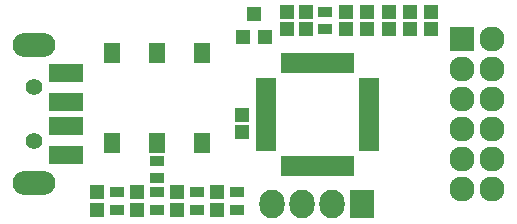
<source format=gbr>
G04 #@! TF.FileFunction,Soldermask,Top*
%FSLAX46Y46*%
G04 Gerber Fmt 4.6, Leading zero omitted, Abs format (unit mm)*
G04 Created by KiCad (PCBNEW (2016-09-30 revision 278ee7d)-makepkg) date Sun Nov 13 05:54:16 2016*
%MOMM*%
%LPD*%
G01*
G04 APERTURE LIST*
%ADD10C,0.100000*%
%ADD11R,1.150000X1.200000*%
%ADD12R,1.197560X1.197560*%
%ADD13R,1.300000X0.900000*%
%ADD14R,0.650000X1.700000*%
%ADD15R,1.700000X0.650000*%
%ADD16R,2.900000X1.500000*%
%ADD17O,3.625600X2.025600*%
%ADD18C,1.400000*%
%ADD19R,2.127200X2.432000*%
%ADD20O,2.127200X2.432000*%
%ADD21O,2.127200X2.127200*%
%ADD22R,2.127200X2.127200*%
%ADD23R,1.400000X1.800000*%
%ADD24R,1.200100X1.200100*%
G04 APERTURE END LIST*
D10*
D11*
X82400000Y-52800000D03*
X82400000Y-51300000D03*
X69950000Y-61500000D03*
X69950000Y-60000000D03*
X73800000Y-52800000D03*
X73800000Y-51300000D03*
X84200000Y-52800000D03*
X84200000Y-51300000D03*
D12*
X75400000Y-52799300D03*
X75400000Y-51300700D03*
D13*
X62800000Y-65400000D03*
X62800000Y-63900000D03*
D14*
X79150000Y-55650000D03*
X78650000Y-55650000D03*
X78150000Y-55650000D03*
X77650000Y-55650000D03*
X77150000Y-55650000D03*
X76650000Y-55650000D03*
X76150000Y-55650000D03*
X75650000Y-55650000D03*
X75150000Y-55650000D03*
X74650000Y-55650000D03*
X74150000Y-55650000D03*
X73650000Y-55650000D03*
D15*
X72050000Y-57250000D03*
X72050000Y-57750000D03*
X72050000Y-58250000D03*
X72050000Y-58750000D03*
X72050000Y-59250000D03*
X72050000Y-59750000D03*
X72050000Y-60250000D03*
X72050000Y-60750000D03*
X72050000Y-61250000D03*
X72050000Y-61750000D03*
X72050000Y-62250000D03*
X72050000Y-62750000D03*
D14*
X73650000Y-64350000D03*
X74150000Y-64350000D03*
X74650000Y-64350000D03*
X75150000Y-64350000D03*
X75650000Y-64350000D03*
X76150000Y-64350000D03*
X76650000Y-64350000D03*
X77150000Y-64350000D03*
X77650000Y-64350000D03*
X78150000Y-64350000D03*
X78650000Y-64350000D03*
X79150000Y-64350000D03*
D15*
X80750000Y-62750000D03*
X80750000Y-62250000D03*
X80750000Y-61750000D03*
X80750000Y-61250000D03*
X80750000Y-60750000D03*
X80750000Y-60250000D03*
X80750000Y-59750000D03*
X80750000Y-59250000D03*
X80750000Y-58750000D03*
X80750000Y-58250000D03*
X80750000Y-57750000D03*
X80750000Y-57250000D03*
D13*
X77000000Y-51300000D03*
X77000000Y-52800000D03*
D16*
X55100000Y-56450000D03*
X55100000Y-58950000D03*
X55100000Y-60950000D03*
X55100000Y-63450000D03*
D17*
X52350000Y-54100000D03*
X52350000Y-65800000D03*
D18*
X52350000Y-57700000D03*
X52350000Y-62200000D03*
D11*
X80600000Y-52800000D03*
X80600000Y-51300000D03*
D19*
X80180000Y-67600000D03*
D20*
X77640000Y-67600000D03*
X75100000Y-67600000D03*
X72560000Y-67600000D03*
D11*
X78800000Y-52800000D03*
X78800000Y-51300000D03*
D12*
X57700000Y-66550700D03*
X57700000Y-68049300D03*
X61100000Y-66550700D03*
X61100000Y-68049300D03*
X64500000Y-66550700D03*
X64500000Y-68049300D03*
X67900000Y-66600000D03*
X67900000Y-68098600D03*
D13*
X59400000Y-68050000D03*
X59400000Y-66550000D03*
X62800000Y-68050000D03*
X62800000Y-66550000D03*
X66200000Y-68050000D03*
X66200000Y-66550000D03*
X69600000Y-68050000D03*
X69600000Y-66550000D03*
D21*
X91190000Y-66270000D03*
X88650000Y-66270000D03*
X91190000Y-63730000D03*
X88650000Y-63730000D03*
X91190000Y-61190000D03*
X88650000Y-61190000D03*
X91190000Y-58650000D03*
X88650000Y-58650000D03*
X91190000Y-56110000D03*
X88650000Y-56110000D03*
X91190000Y-53570000D03*
D22*
X88650000Y-53570000D03*
D23*
X62800000Y-62400000D03*
X62800000Y-54800000D03*
X66600000Y-62400000D03*
X66600000Y-54800000D03*
X59000000Y-62400000D03*
X59000000Y-54800000D03*
D24*
X71000000Y-51451780D03*
X71950000Y-53450760D03*
X70050000Y-53450760D03*
D11*
X86000000Y-52800000D03*
X86000000Y-51300000D03*
M02*

</source>
